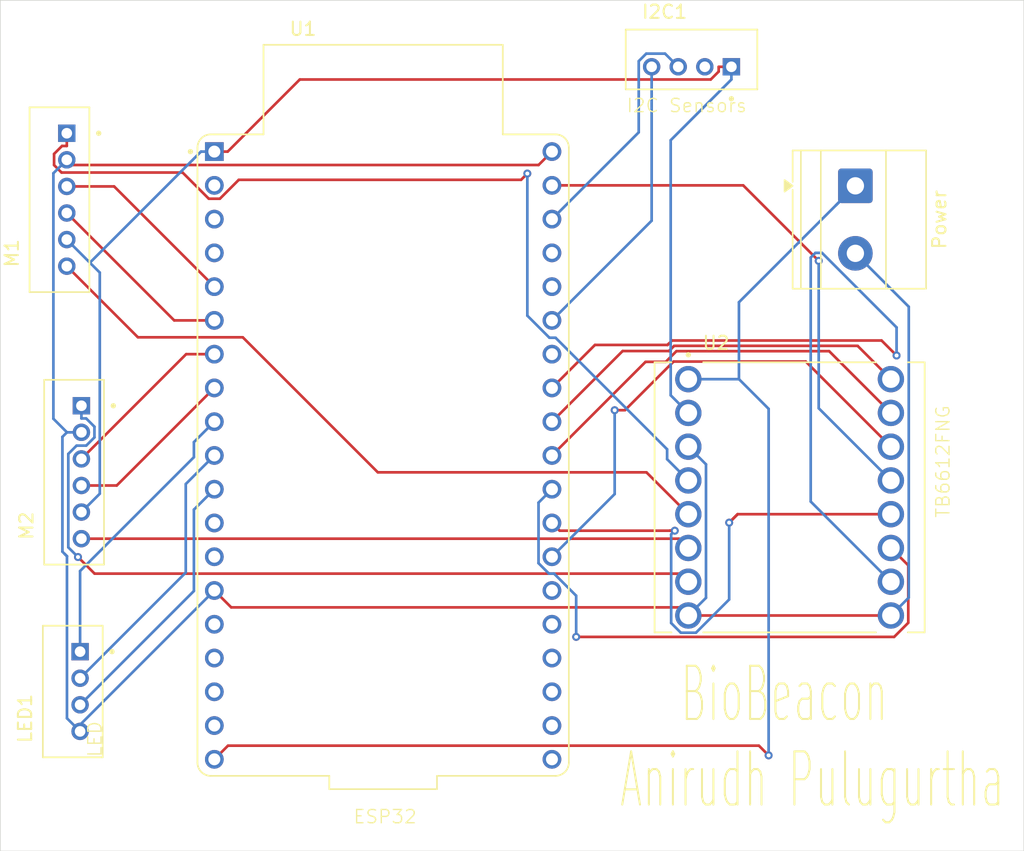
<source format=kicad_pcb>
(kicad_pcb (version 20241229) (generator "pcbnew") (generator_version "9.0")
  (layers (0 "F.Cu" signal) (2 "B.Cu" signal) (13 "F.Paste" user) (15 "B.Paste" user) (5 "F.SilkS" user "F.Silkscreen") (7 "B.SilkS" user "B.Silkscreen") (1 "F.Mask" user) (3 "B.Mask" user) (25 "Edge.Cuts" user))
  (net 0 "")
  (net 1 "GND")
  (net 2 "Net-(I2C1-Pin_3)")
  (net 3 "Net-(I2C1-Pin_1)")
  (net 4 "Net-(I2C1-Pin_4)")
  (net 5 "Net-(J1-Pin_1)")
  (net 6 "Net-(LED1-Pin_3)")
  (net 7 "Net-(LED1-Pin_2)")
  (net 8 "Net-(LED1-Pin_1)")
  (net 9 "Net-(M1-Pin_4)")
  (net 10 "Net-(M1-Pin_3)")
  (net 11 "Net-(M1-Pin_6)")
  (net 12 "Net-(M1-Pin_1)")
  (net 13 "Net-(M2-Pin_4)")
  (net 14 "Net-(M2-Pin_1)")
  (net 15 "Net-(M2-Pin_3)")
  (net 16 "Net-(M2-Pin_6)")
  (net 18 "Net-(U1-IO17)")
  (net 21 "Net-(U1-IO4)")
  (net 22 "Net-(U1-IO18)")
  (net 25 "Net-(U1-IO23)")
  (net 27 "Net-(U1-IO16)")
  (net 33 "Net-(U1-IO19)")
  (net 41 "Net-(U1-IO5)")
  (footprint "TerminalBlock_Phoenix:TerminalBlock_Phoenix_MKDS-1,5-2-5.08_1x02_P5.08mm_Horizontal" (layer "F.Cu") (at 151.3275 85.455 -90)
    (property "Reference" "Power" (at 2.54 -6.32 90) (layer "F.SilkS"))
    (property "Value" "Screw_Terminal_01x02")
    (fp_line (start -2.66 4.72) (end -2.66 -5.32) (stroke (width 0.12)) (layer "F.SilkS"))
    (fp_line (start -0.3 4.72) (end -2.66 4.72) (stroke (width 0.12)) (layer "F.SilkS"))
    (fp_line (start 7.74 4.72) (end 0.3 4.72) (stroke (width 0.12)) (layer "F.SilkS"))
    (fp_line (start -2.66 4.1) (end 7.74 4.1) (stroke (width 0.12)) (layer "F.SilkS"))
    (fp_line (start -2.66 2.6) (end 7.74 2.6) (stroke (width 0.12)) (layer "F.SilkS"))
    (fp_line (start -2.66 -2.3) (end 7.74 -2.3) (stroke (width 0.12)) (layer "F.SilkS"))
    (fp_line (start -2.66 -5.32) (end 7.74 -5.32) (stroke (width 0.12)) (layer "F.SilkS"))
    (fp_line (start 7.74 -5.32) (end 7.74 4.72) (stroke (width 0.12)) (layer "F.SilkS"))
    (fp_poly (pts (xy 0 4.72) (xy 0.44 5.33) (xy -0.44 5.33)) (stroke (width 0.12)) (fill yes) (layer "F.SilkS"))
    (pad "1" thru_hole roundrect (at 0 0 270) (size 2.6 2.6) (drill 1.3) (layers "*.Cu" "*.Mask") (roundrect_rratio 0.096154) (net 5 "Net-(J1-Pin_1)"))
    (pad "2" thru_hole circle (at 5.08 0 270) (size 2.6 2.6) (drill 1.3) (layers "*.Cu" "*.Mask") (net 1 "GND"))
  )
  (footprint "ESP32-DEVKITC-32E:MODULE_ESP32-DEVKITC-32E" (layer "F.Cu") (at 115.8 105.715)
    (property "Reference" "U1" (at -6.0325 -32.0675 0) (layer "F.SilkS"))
    (property "Value" "ESP32-DEVKITC-32E")
    (fp_line (start -13.97 23.13) (end -13.97 -23.13) (stroke (width 0.127)) (layer "F.SilkS"))
    (fp_line (start -12.97 -24.13) (end -9 -24.13) (stroke (width 0.127)) (layer "F.SilkS"))
    (fp_line (start -12.97 24.13) (end -4.05 24.13) (stroke (width 0.127)) (layer "F.SilkS"))
    (fp_line (start -9 -30.87) (end 9 -30.87) (stroke (width 0.127)) (layer "F.SilkS"))
    (fp_line (start -9 -24.13) (end -9 -30.87) (stroke (width 0.127)) (layer "F.SilkS"))
    (fp_line (start -4.05 24.13) (end -4.05 25.13) (stroke (width 0.127)) (layer "F.SilkS"))
    (fp_line (start -4.05 25.13) (end 4.05 25.13) (stroke (width 0.127)) (layer "F.SilkS"))
    (fp_line (start 4.05 24.13) (end 12.97 24.13) (stroke (width 0.127)) (layer "F.SilkS"))
    (fp_line (start 4.05 25.13) (end 4.05 24.13) (stroke (width 0.127)) (layer "F.SilkS"))
    (fp_line (start 9 -30.87) (end 9 -24.13) (stroke (width 0.127)) (layer "F.SilkS"))
    (fp_line (start 9 -24.13) (end 12.97 -24.13) (stroke (width 0.127)) (layer "F.SilkS"))
    (fp_line (start 13.97 23.13) (end 13.97 -23.13) (stroke (width 0.127)) (layer "F.SilkS"))
    (fp_arc (start -13.97 -23.13) (mid -13.677107 -23.837107) (end -12.97 -24.13) (stroke (width 0.127)) (layer "F.SilkS"))
    (fp_arc (start -12.97 24.13) (mid -13.677107 23.837107) (end -13.97 23.13) (stroke (width 0.127)) (layer "F.SilkS"))
    (fp_arc (start 12.97 -24.13) (mid 13.677107 -23.837107) (end 13.97 -23.13) (stroke (width 0.127)) (layer "F.SilkS"))
    (fp_arc (start 13.97 23.13) (mid 13.677107 23.837107) (end 12.97 24.13) (stroke (width 0.127)) (layer "F.SilkS"))
    (fp_circle (center -14.5 -22.835) (end -14.4 -22.835) (stroke (width 0.2)) (fill no) (layer "F.SilkS"))
    (pad "J2_1" thru_hole rect (at -12.7 -22.835) (size 1.408 1.408) (drill 0.9) (layers "*.Cu" "*.Mask") (net 3 "Net-(I2C1-Pin_1)"))
    (pad "J2_2" thru_hole circle (at -12.7 -20.295) (size 1.408 1.408) (drill 0.9) (layers "*.Cu" "*.Mask"))
    (pad "J2_3" thru_hole circle (at -12.7 -17.755) (size 1.408 1.408) (drill 0.9) (layers "*.Cu" "*.Mask"))
    (pad "J2_4" thru_hole circle (at -12.7 -15.215) (size 1.408 1.408) (drill 0.9) (layers "*.Cu" "*.Mask"))
    (pad "J2_5" thru_hole circle (at -12.7 -12.675) (size 1.408 1.408) (drill 0.9) (layers "*.Cu" "*.Mask") (net 10 "Net-(M1-Pin_3)"))
    (pad "J2_6" thru_hole circle (at -12.7 -10.135) (size 1.408 1.408) (drill 0.9) (layers "*.Cu" "*.Mask") (net 9 "Net-(M1-Pin_4)"))
    (pad "J2_7" thru_hole circle (at -12.7 -7.595) (size 1.408 1.408) (drill 0.9) (layers "*.Cu" "*.Mask") (net 15 "Net-(M2-Pin_3)"))
    (pad "J2_8" thru_hole circle (at -12.7 -5.055) (size 1.408 1.408) (drill 0.9) (layers "*.Cu" "*.Mask") (net 13 "Net-(M2-Pin_4)"))
    (pad "J2_9" thru_hole circle (at -12.7 -2.515) (size 1.408 1.408) (drill 0.9) (layers "*.Cu" "*.Mask") (net 8 "Net-(LED1-Pin_1)"))
    (pad "J2_10" thru_hole circle (at -12.7 0.025) (size 1.408 1.408) (drill 0.9) (layers "*.Cu" "*.Mask") (net 7 "Net-(LED1-Pin_2)"))
    (pad "J2_11" thru_hole circle (at -12.7 2.565) (size 1.408 1.408) (drill 0.9) (layers "*.Cu" "*.Mask") (net 6 "Net-(LED1-Pin_3)"))
    (pad "J2_12" thru_hole circle (at -12.7 5.105) (size 1.408 1.408) (drill 0.9) (layers "*.Cu" "*.Mask"))
    (pad "J2_13" thru_hole circle (at -12.7 7.645) (size 1.408 1.408) (drill 0.9) (layers "*.Cu" "*.Mask"))
    (pad "J2_14" thru_hole circle (at -12.7 10.185) (size 1.408 1.408) (drill 0.9) (layers "*.Cu" "*.Mask") (net 1 "GND"))
    (pad "J2_15" thru_hole circle (at -12.7 12.725) (size 1.408 1.408) (drill 0.9) (layers "*.Cu" "*.Mask"))
    (pad "J2_16" thru_hole circle (at -12.7 15.265) (size 1.408 1.408) (drill 0.9) (layers "*.Cu" "*.Mask"))
    (pad "J2_17" thru_hole circle (at -12.7 17.805) (size 1.408 1.408) (drill 0.9) (layers "*.Cu" "*.Mask"))
    (pad "J2_18" thru_hole circle (at -12.7 20.345) (size 1.408 1.408) (drill 0.9) (layers "*.Cu" "*.Mask"))
    (pad "J2_19" thru_hole circle (at -12.7 22.885) (size 1.408 1.408) (drill 0.9) (layers "*.Cu" "*.Mask") (net 5 "Net-(J1-Pin_1)"))
    (pad "J3_1" thru_hole circle (at 12.7 -22.835) (size 1.408 1.408) (drill 0.9) (layers "*.Cu" "*.Mask") (net 1 "GND"))
    (pad "J3_2" thru_hole circle (at 12.7 -20.295) (size 1.408 1.408) (drill 0.9) (layers "*.Cu" "*.Mask") (net 25 "Net-(U1-IO23)"))
    (pad "J3_3" thru_hole circle (at 12.7 -17.755) (size 1.408 1.408) (drill 0.9) (layers "*.Cu" "*.Mask") (net 2 "Net-(I2C1-Pin_3)"))
    (pad "J3_4" thru_hole circle (at 12.7 -15.215) (size 1.408 1.408) (drill 0.9) (layers "*.Cu" "*.Mask"))
    (pad "J3_5" thru_hole circle (at 12.7 -12.675) (size 1.408 1.408) (drill 0.9) (layers "*.Cu" "*.Mask"))
    (pad "J3_6" thru_hole circle (at 12.7 -10.135) (size 1.408 1.408) (drill 0.9) (layers "*.Cu" "*.Mask") (net 4 "Net-(I2C1-Pin_4)"))
    (pad "J3_7" thru_hole circle (at 12.7 -7.595) (size 1.408 1.408) (drill 0.9) (layers "*.Cu" "*.Mask"))
    (pad "J3_8" thru_hole circle (at 12.7 -5.055) (size 1.408 1.408) (drill 0.9) (layers "*.Cu" "*.Mask") (net 33 "Net-(U1-IO19)"))
    (pad "J3_9" thru_hole circle (at 12.7 -2.515) (size 1.408 1.408) (drill 0.9) (layers "*.Cu" "*.Mask") (net 22 "Net-(U1-IO18)"))
    (pad "J3_10" thru_hole circle (at 12.7 0.025) (size 1.408 1.408) (drill 0.9) (layers "*.Cu" "*.Mask") (net 41 "Net-(U1-IO5)"))
    (pad "J3_11" thru_hole circle (at 12.7 2.565) (size 1.408 1.408) (drill 0.9) (layers "*.Cu" "*.Mask") (net 18 "Net-(U1-IO17)"))
    (pad "J3_12" thru_hole circle (at 12.7 5.105) (size 1.408 1.408) (drill 0.9) (layers "*.Cu" "*.Mask") (net 27 "Net-(U1-IO16)"))
    (pad "J3_13" thru_hole circle (at 12.7 7.645) (size 1.408 1.408) (drill 0.9) (layers "*.Cu" "*.Mask") (net 21 "Net-(U1-IO4)"))
    (pad "J3_14" thru_hole circle (at 12.7 10.185) (size 1.408 1.408) (drill 0.9) (layers "*.Cu" "*.Mask"))
    (pad "J3_15" thru_hole circle (at 12.7 12.725) (size 1.408 1.408) (drill 0.9) (layers "*.Cu" "*.Mask"))
    (pad "J3_16" thru_hole circle (at 12.7 15.265) (size 1.408 1.408) (drill 0.9) (layers "*.Cu" "*.Mask"))
    (pad "J3_17" thru_hole circle (at 12.7 17.805) (size 1.408 1.408) (drill 0.9) (layers "*.Cu" "*.Mask"))
    (pad "J3_18" thru_hole circle (at 12.7 20.345) (size 1.408 1.408) (drill 0.9) (layers "*.Cu" "*.Mask"))
    (pad "J3_19" thru_hole circle (at 12.7 22.885) (size 1.408 1.408) (drill 0.9) (layers "*.Cu" "*.Mask"))
  )
  (footprint "ROB-14450:MODULE_ROB-14450" (layer "F.Cu") (at 146.38 108.89)
    (property "Reference" "U2" (at -5.5332 -11.6132 0) (layer "F.SilkS"))
    (property "Value" "ROB-14450")
    (fp_line (start -10.16 -10.16) (end -10.16 10.16) (stroke (width 0.127)) (layer "F.SilkS"))
    (fp_line (start -8.89 -10.16) (end -10.16 -10.16) (stroke (width 0.127)) (layer "F.SilkS"))
    (fp_line (start -8.89 10.16) (end -10.16 10.16) (stroke (width 0.127)) (layer "F.SilkS"))
    (fp_line (start -6.5 -10.16) (end 6.5 -10.16) (stroke (width 0.127)) (layer "F.SilkS"))
    (fp_line (start -6.5 10.16) (end 6.5 10.16) (stroke (width 0.127)) (layer "F.SilkS"))
    (fp_line (start 8.89 -10.16) (end 10.16 -10.16) (stroke (width 0.127)) (layer "F.SilkS"))
    (fp_line (start 8.89 10.16) (end 10.16 10.16) (stroke (width 0.127)) (layer "F.SilkS"))
    (fp_line (start 10.16 10.16) (end 10.16 -10.16) (stroke (width 0.127)) (layer "F.SilkS"))
    (fp_circle (center -7.62 -10.7282) (end -7.52 -10.7282) (stroke (width 0.2)) (fill no) (layer "F.SilkS"))
    (pad "1" thru_hole circle (at -7.62 -8.89) (size 1.98 1.98) (drill 1.32) (layers "*.Cu" "*.Mask") (net 5 "Net-(J1-Pin_1)"))
    (pad "2" thru_hole circle (at -7.62 -6.35) (size 1.98 1.98) (drill 1.32) (layers "*.Cu" "*.Mask") (net 3 "Net-(I2C1-Pin_1)"))
    (pad "3" thru_hole circle (at -7.62 -3.81) (size 1.98 1.98) (drill 1.32) (layers "*.Cu" "*.Mask") (net 1 "GND"))
    (pad "4" thru_hole circle (at -7.62 -1.27) (size 1.98 1.98) (drill 1.32) (layers "*.Cu" "*.Mask") (net 12 "Net-(M1-Pin_1)"))
    (pad "5" thru_hole circle (at -7.62 1.27) (size 1.98 1.98) (drill 1.32) (layers "*.Cu" "*.Mask") (net 11 "Net-(M1-Pin_6)"))
    (pad "6" thru_hole circle (at -7.62 3.81) (size 1.98 1.98) (drill 1.32) (layers "*.Cu" "*.Mask") (net 16 "Net-(M2-Pin_6)"))
    (pad "7" thru_hole circle (at -7.62 6.35) (size 1.98 1.98) (drill 1.32) (layers "*.Cu" "*.Mask") (net 14 "Net-(M2-Pin_1)"))
    (pad "8" thru_hole circle (at -7.62 8.89) (size 1.98 1.98) (drill 1.32) (layers "*.Cu" "*.Mask") (net 1 "GND"))
    (pad "9" thru_hole circle (at 7.62 8.89) (size 1.98 1.98) (drill 1.32) (layers "*.Cu" "*.Mask") (net 1 "GND"))
    (pad "10" thru_hole circle (at 7.62 6.35) (size 1.98 1.98) (drill 1.32) (layers "*.Cu" "*.Mask") (net 33 "Net-(U1-IO19)"))
    (pad "11" thru_hole circle (at 7.62 3.81) (size 1.98 1.98) (drill 1.32) (layers "*.Cu" "*.Mask") (net 18 "Net-(U1-IO17)"))
    (pad "12" thru_hole circle (at 7.62 1.27) (size 1.98 1.98) (drill 1.32) (layers "*.Cu" "*.Mask") (net 27 "Net-(U1-IO16)"))
    (pad "13" thru_hole circle (at 7.62 -1.27) (size 1.98 1.98) (drill 1.32) (layers "*.Cu" "*.Mask") (net 25 "Net-(U1-IO23)"))
    (pad "14" thru_hole circle (at 7.62 -3.81) (size 1.98 1.98) (drill 1.32) (layers "*.Cu" "*.Mask") (net 21 "Net-(U1-IO4)"))
    (pad "15" thru_hole circle (at 7.62 -6.35) (size 1.98 1.98) (drill 1.32) (layers "*.Cu" "*.Mask") (net 41 "Net-(U1-IO5)"))
    (pad "16" thru_hole circle (at 7.62 -8.89) (size 1.98 1.98) (drill 1.32) (layers "*.Cu" "*.Mask") (net 22 "Net-(U1-IO18)"))
  )
  (footprint "B4B-PH-K:JST_B4B-PH-K" (layer "F.Cu") (at 92.45 123.5 90)
    (property "Reference" "LED1" (at -2.025 -3.585 90) (layer "F.SilkS"))
    (property "Value" "Conn_01x04")
    (fp_line (start 4.95 -2.25) (end 4.95 2.25) (stroke (width 0.127)) (layer "F.SilkS"))
    (fp_line (start -4.95 -2.25) (end 4.95 -2.25) (stroke (width 0.127)) (layer "F.SilkS"))
    (fp_line (start 4.95 2.25) (end -4.95 2.25) (stroke (width 0.127)) (layer "F.SilkS"))
    (fp_line (start -4.95 2.25) (end -4.95 -2.25) (stroke (width 0.127)) (layer "F.SilkS"))
    (fp_circle (center 3 2.95) (end 3.1 2.95) (stroke (width 0.2)) (fill no) (layer "F.SilkS"))
    (pad "1" thru_hole rect (at 3 0.55 90) (size 1.308 1.308) (drill 0.8) (layers "*.Cu" "*.Mask") (net 8 "Net-(LED1-Pin_1)"))
    (pad "2" thru_hole circle (at 1 0.55 90) (size 1.308 1.308) (drill 0.8) (layers "*.Cu" "*.Mask") (net 7 "Net-(LED1-Pin_2)"))
    (pad "3" thru_hole circle (at -1 0.55 90) (size 1.308 1.308) (drill 0.8) (layers "*.Cu" "*.Mask") (net 6 "Net-(LED1-Pin_3)"))
    (pad "4" thru_hole circle (at -3 0.55 90) (size 1.308 1.308) (drill 0.8) (layers "*.Cu" "*.Mask") (net 1 "GND"))
  )
  (footprint "B4B-PH-K:JST_B4B-PH-K" (layer "F.Cu") (at 139 75.95)
    (property "Reference" "I2C1" (at -2.025 -3.585 0) (layer "F.SilkS"))
    (property "Value" "Conn_01x04")
    (fp_line (start -4.95 -2.25) (end 4.95 -2.25) (stroke (width 0.127)) (layer "F.SilkS"))
    (fp_line (start -4.95 2.25) (end -4.95 -2.25) (stroke (width 0.127)) (layer "F.SilkS"))
    (fp_line (start 4.95 -2.25) (end 4.95 2.25) (stroke (width 0.127)) (layer "F.SilkS"))
    (fp_line (start 4.95 2.25) (end -4.95 2.25) (stroke (width 0.127)) (layer "F.SilkS"))
    (fp_circle (center 3 2.95) (end 3.1 2.95) (stroke (width 0.2)) (fill no) (layer "F.SilkS"))
    (pad "1" thru_hole rect (at 3 0.55) (size 1.308 1.308) (drill 0.8) (layers "*.Cu" "*.Mask") (net 3 "Net-(I2C1-Pin_1)"))
    (pad "2" thru_hole circle (at 1 0.55) (size 1.308 1.308) (drill 0.8) (layers "*.Cu" "*.Mask"))
    (pad "3" thru_hole circle (at -1 0.55) (size 1.308 1.308) (drill 0.8) (layers "*.Cu" "*.Mask") (net 2 "Net-(I2C1-Pin_3)"))
    (pad "4" thru_hole circle (at -3 0.55) (size 1.308 1.308) (drill 0.8) (layers "*.Cu" "*.Mask") (net 4 "Net-(I2C1-Pin_4)"))
  )
  (footprint "B6B-PH-K:JST_B6B-PH-K" (layer "F.Cu") (at 91.45 86.5 90)
    (property "Reference" "M1" (at -4.025 -3.585 90) (layer "F.SilkS"))
    (property "Value" "Conn_01x06")
    (fp_line (start 6.95 -2.25) (end 6.95 2.25) (stroke (width 0.127)) (layer "F.SilkS"))
    (fp_line (start -6.95 -2.25) (end 6.95 -2.25) (stroke (width 0.127)) (layer "F.SilkS"))
    (fp_line (start 6.95 2.25) (end -6.95 2.25) (stroke (width 0.127)) (layer "F.SilkS"))
    (fp_line (start -6.95 2.25) (end -6.95 -2.25) (stroke (width 0.127)) (layer "F.SilkS"))
    (fp_circle (center 5 2.95) (end 5.1 2.95) (stroke (width 0.2)) (fill no) (layer "F.SilkS"))
    (pad "1" thru_hole rect (at 5 0.55 90) (size 1.308 1.308) (drill 0.8) (layers "*.Cu" "*.Mask") (net 12 "Net-(M1-Pin_1)"))
    (pad "2" thru_hole circle (at 3 0.55 90) (size 1.308 1.308) (drill 0.8) (layers "*.Cu" "*.Mask") (net 1 "GND"))
    (pad "3" thru_hole circle (at 1 0.55 90) (size 1.308 1.308) (drill 0.8) (layers "*.Cu" "*.Mask") (net 10 "Net-(M1-Pin_3)"))
    (pad "4" thru_hole circle (at -1 0.55 90) (size 1.308 1.308) (drill 0.8) (layers "*.Cu" "*.Mask") (net 9 "Net-(M1-Pin_4)"))
    (pad "5" thru_hole circle (at -3 0.55 90) (size 1.308 1.308) (drill 0.8) (layers "*.Cu" "*.Mask") (net 3 "Net-(I2C1-Pin_1)"))
    (pad "6" thru_hole circle (at -5 0.55 90) (size 1.308 1.308) (drill 0.8) (layers "*.Cu" "*.Mask") (net 11 "Net-(M1-Pin_6)"))
  )
  (footprint "B6B-PH-K:JST_B6B-PH-K" (layer "F.Cu") (at 92.55 107 90)
    (property "Reference" "M2" (at -4.025 -3.585 90) (layer "F.SilkS"))
    (property "Value" "Conn_01x06")
    (fp_line (start 6.95 -2.25) (end 6.95 2.25) (stroke (width 0.127)) (layer "F.SilkS"))
    (fp_line (start -6.95 -2.25) (end 6.95 -2.25) (stroke (width 0.127)) (layer "F.SilkS"))
    (fp_line (start 6.95 2.25) (end -6.95 2.25) (stroke (width 0.127)) (layer "F.SilkS"))
    (fp_line (start -6.95 2.25) (end -6.95 -2.25) (stroke (width 0.127)) (layer "F.SilkS"))
    (fp_circle (center 5 2.95) (end 5.1 2.95) (stroke (width 0.2)) (fill no) (layer "F.SilkS"))
    (pad "1" thru_hole rect (at 5 0.55 90) (size 1.308 1.308) (drill 0.8) (layers "*.Cu" "*.Mask") (net 14 "Net-(M2-Pin_1)"))
    (pad "2" thru_hole circle (at 3 0.55 90) (size 1.308 1.308) (drill 0.8) (layers "*.Cu" "*.Mask") (net 1 "GND"))
    (pad "3" thru_hole circle (at 1 0.55 90) (size 1.308 1.308) (drill 0.8) (layers "*.Cu" "*.Mask") (net 15 "Net-(M2-Pin_3)"))
    (pad "4" thru_hole circle (at -1 0.55 90) (size 1.308 1.308) (drill 0.8) (layers "*.Cu" "*.Mask") (net 13 "Net-(M2-Pin_4)"))
    (pad "5" thru_hole circle (at -3 0.55 90) (size 1.308 1.308) (drill 0.8) (layers "*.Cu" "*.Mask") (net 3 "Net-(I2C1-Pin_1)"))
    (pad "6" thru_hole circle (at -5 0.55 90) (size 1.308 1.308) (drill 0.8) (layers "*.Cu" "*.Mask") (net 16 "Net-(M2-Pin_6)"))
  )
  (gr_rect (start 87 71.5) (end 164 135.5) (stroke (width 0.05)) (fill no) (layer "Edge.Cuts"))
  (gr_text "   BioBeacon\nAnirudh Pulugurtha" (at 133.5 132.5 0) (layer "F.SilkS") (effects (font (size 4 2)) (justify left bottom)))
  (gr_text "ESP32" (at 113.5 133.5 0) (layer "F.SilkS") (effects (font (size 1 1) (thickness 0.1)) (justify left bottom)))
  (gr_text "I2C Sensors" (at 134.05 80 0) (layer "F.SilkS") (effects (font (size 1 1) (thickness 0.1)) (justify left bottom)))
  (gr_text "TB6612FNG\n" (at 158.5 110.5 90) (layer "F.SilkS") (effects (font (size 1 1) (thickness 0.1)) (justify left bottom)))
  (gr_text "LED" (at 94.7 128.5 90) (layer "F.SilkS") (effects (font (size 1 1) (thickness 0.1)) (justify left bottom)))
  (segment (start 92.3893 83.8893) (end 92 83.5) (width 0.2) (layer "F.Cu") (net 1))
  (segment (start 138.15 117.17) (end 138.76 117.78) (width 0.2) (layer "F.Cu") (net 1))
  (segment (start 128.5 82.88) (end 127.491 83.8893) (width 0.2) (layer "F.Cu") (net 1))
  (segment (start 127.491 83.8893) (end 92.3893 83.8893) (width 0.2) (layer "F.Cu") (net 1))
  (segment (start 104.37 117.17) (end 138.15 117.17) (width 0.2) (layer "F.Cu") (net 1))
  (segment (start 103.1 115.9) (end 104.37 117.17) (width 0.2) (layer "F.Cu") (net 1))
  (segment (start 138.76 117.78) (end 154 117.78) (width 0.2) (layer "F.Cu") (net 1))
  (segment (start 140.089 106.409) (end 140.089 116.451) (width 0.2) (layer "B.Cu") (net 1))
  (segment (start 92 83.5) (end 90.9921 84.5079) (width 0.2) (layer "B.Cu") (net 1))
  (segment (start 92.0134 125.513) (end 93 126.5) (width 0.2) (layer "B.Cu") (net 1))
  (segment (start 91.6705 104.343) (end 91.6705 112.979) (width 0.2) (layer "B.Cu") (net 1))
  (segment (start 140.089 116.451) (end 138.76 117.78) (width 0.2) (layer "B.Cu") (net 1))
  (segment (start 155.344 116.436) (end 154 117.78) (width 0.2) (layer "B.Cu") (net 1))
  (segment (start 151.328 90.535) (end 155.344 94.5514) (width 0.2) (layer "B.Cu") (net 1))
  (segment (start 103.1 115.9) (end 93.0001 126) (width 0.2) (layer "B.Cu") (net 1))
  (segment (start 155.344 94.5514) (end 155.344 116.436) (width 0.2) (layer "B.Cu") (net 1))
  (segment (start 92.0134 113.322) (end 92.0134 125.513) (width 0.2) (layer "B.Cu") (net 1))
  (segment (start 151.3275 90.535) (end 151.328 90.535) (width 0.2) (layer "B.Cu") (net 1))
  (segment (start 93.0001 126) (end 93.0001 126.5) (width 0.2) (layer "B.Cu") (net 1))
  (segment (start 92.0134 104) (end 91.6705 104.343) (width 0.2) (layer "B.Cu") (net 1))
  (segment (start 90.9921 102.979) (end 92.0134 104) (width 0.2) (layer "B.Cu") (net 1))
  (segment (start 91.8471 113.156) (end 92.0134 113.322) (width 0.2) (layer "B.Cu") (net 1))
  (segment (start 93.0001 126.5) (end 93 126.5) (width 0.2) (layer "B.Cu") (net 1))
  (segment (start 138.76 105.08) (end 140.089 106.409) (width 0.2) (layer "B.Cu") (net 1))
  (segment (start 92.0134 104) (end 93.1 104) (width 0.2) (layer "B.Cu") (net 1))
  (segment (start 90.9921 84.5079) (end 90.9921 102.979) (width 0.2) (layer "B.Cu") (net 1))
  (segment (start 91.8471 113.156) (end 92.0134 113.322) (width 0.2) (layer "B.Cu") (net 1))
  (segment (start 91.6705 112.979) (end 91.8471 113.156) (width 0.2) (layer "B.Cu") (net 1))
  (segment (start 135.028 76.0756) (end 135.593 75.5102) (width 0.2) (layer "B.Cu") (net 2))
  (segment (start 135.593 75.5102) (end 137.01 75.5102) (width 0.2) (layer "B.Cu") (net 2))
  (segment (start 135.028 81.432) (end 135.028 76.0756) (width 0.2) (layer "B.Cu") (net 2))
  (segment (start 137.01 75.5102) (end 138 76.5) (width 0.2) (layer "B.Cu") (net 2))
  (segment (start 128.5 87.96) (end 135.028 81.432) (width 0.2) (layer "B.Cu") (net 2))
  (segment (start 109.53 77.4557) (end 104.106 82.88) (width 0.2) (layer "F.Cu") (net 3))
  (segment (start 141.044 76.8585) (end 140.447 77.4557) (width 0.2) (layer "F.Cu") (net 3))
  (segment (start 142 76.5) (end 141.044 76.5) (width 0.2) (layer "F.Cu") (net 3))
  (segment (start 140.447 77.4557) (end 109.53 77.4557) (width 0.2) (layer "F.Cu") (net 3))
  (segment (start 141.044 76.5) (end 141.044 76.8585) (width 0.2) (layer "F.Cu") (net 3))
  (segment (start 104.106 82.88) (end 103.1 82.88) (width 0.2) (layer "F.Cu") (net 3))
  (segment (start 94.4821 108.618) (end 94.4821 91.9821) (width 0.2) (layer "B.Cu") (net 3))
  (segment (start 94.4821 91.9821) (end 93.7372 91.2371) (width 0.2) (layer "B.Cu") (net 3))
  (segment (start 93.7372 91.2371) (end 102.094 82.88) (width 0.2) (layer "B.Cu") (net 3))
  (segment (start 92 89.5) (end 93.7372 91.2371) (width 0.2) (layer "B.Cu") (net 3))
  (segment (start 93.1 110) (end 94.4821 108.618) (width 0.2) (layer "B.Cu") (net 3))
  (segment (start 142 77.4557) (end 137.433 82.0231) (width 0.2) (layer "B.Cu") (net 3))
  (segment (start 137.433 101.213) (end 138.76 102.54) (width 0.2) (layer "B.Cu") (net 3))
  (segment (start 102.094 82.88) (end 103.1 82.88) (width 0.2) (layer "B.Cu") (net 3))
  (segment (start 137.433 82.0231) (end 137.433 101.213) (width 0.2) (layer "B.Cu") (net 3))
  (segment (start 142 76.5) (end 142 77.4557) (width 0.2) (layer "B.Cu") (net 3))
  (segment (start 136 88.08) (end 136 76.5) (width 0.2) (layer "B.Cu") (net 4))
  (segment (start 128.5 95.58) (end 136 88.08) (width 0.2) (layer "B.Cu") (net 4))
  (segment (start 144.07 127.574) (end 144.801 128.304) (width 0.2) (layer "F.Cu") (net 5))
  (segment (start 104.126 127.574) (end 144.07 127.574) (width 0.2) (layer "F.Cu") (net 5))
  (segment (start 103.1 128.6) (end 104.126 127.574) (width 0.2) (layer "F.Cu") (net 5))
  (via (at 144.801 128.304) (size 0.6) (drill 0.3) (layers "F.Cu" "B.Cu") (net 5))
  (segment (start 149.868 86.9149) (end 142.568 94.2144) (width 0.2) (layer "B.Cu") (net 5))
  (segment (start 144.801 128.304) (end 144.801 102.233) (width 0.2) (layer "B.Cu") (net 5))
  (segment (start 144.801 102.233) (end 142.568 100) (width 0.2) (layer "B.Cu") (net 5))
  (segment (start 142.568 100) (end 138.76 100) (width 0.2) (layer "B.Cu") (net 5))
  (segment (start 151.3275 85.4554) (end 151.3275 85.455) (width 0.2) (layer "B.Cu") (net 5))
  (segment (start 142.568 94.2144) (end 142.568 100) (width 0.2) (layer "B.Cu") (net 5))
  (segment (start 151.328 85.455) (end 149.868 86.9149) (width 0.2) (layer "B.Cu") (net 5))
  (segment (start 149.868 86.9149) (end 151.3275 85.4554) (width 0.2) (layer "B.Cu") (net 5))
  (segment (start 101.564 109.816) (end 103.1 108.28) (width 0.2) (layer "B.Cu") (net 6))
  (segment (start 93 124.5) (end 101.564 115.936) (width 0.2) (layer "B.Cu") (net 6))
  (segment (start 101.564 115.936) (end 101.564 109.816) (width 0.2) (layer "B.Cu") (net 6))
  (segment (start 100.95 107.89) (end 103.1 105.74) (width 0.2) (layer "B.Cu") (net 7))
  (segment (start 100.95 114.55) (end 100.95 107.89) (width 0.2) (layer "B.Cu") (net 7))
  (segment (start 93 122.5) (end 100.95 114.55) (width 0.2) (layer "B.Cu") (net 7))
  (segment (start 93 114.435) (end 101.564 105.871) (width 0.2) (layer "B.Cu") (net 8))
  (segment (start 101.564 104.736) (end 103.1 103.2) (width 0.2) (layer "B.Cu") (net 8))
  (segment (start 93 120.5) (end 93 114.435) (width 0.2) (layer "B.Cu") (net 8))
  (segment (start 101.564 105.871) (end 101.564 104.736) (width 0.2) (layer "B.Cu") (net 8))
  (segment (start 100.08 95.58) (end 92 87.5) (width 0.2) (layer "F.Cu") (net 9))
  (segment (start 103.1 95.58) (end 100.08 95.58) (width 0.2) (layer "F.Cu") (net 9))
  (segment (start 92 85.5) (end 95.56 85.5) (width 0.2) (layer "F.Cu") (net 10))
  (segment (start 95.56 85.5) (end 103.1 93.04) (width 0.2) (layer "F.Cu") (net 10))
  (segment (start 105.239 96.85) (end 97.35 96.85) (width 0.2) (layer "F.Cu") (net 11))
  (segment (start 115.399 107.01) (end 105.239 96.85) (width 0.2) (layer "F.Cu") (net 11))
  (segment (start 138.76 110.16) (end 135.61 107.01) (width 0.2) (layer "F.Cu") (net 11))
  (segment (start 97.35 96.85) (end 92 91.5) (width 0.2) (layer "F.Cu") (net 11))
  (segment (start 135.61 107.01) (end 115.399 107.01) (width 0.2) (layer "F.Cu") (net 11))
  (segment (start 92 82.4557) (end 91.6415 82.4557) (width 0.2) (layer "F.Cu") (net 12))
  (segment (start 102.683 86.4257) (end 103.517 86.4257) (width 0.2) (layer "F.Cu") (net 12))
  (segment (start 126.177 85.0031) (end 126.648 84.5315) (width 0.2) (layer "F.Cu") (net 12))
  (segment (start 104.939 85.0031) (end 126.177 85.0031) (width 0.2) (layer "F.Cu") (net 12))
  (segment (start 92 81.5) (end 92 82.4557) (width 0.2) (layer "F.Cu") (net 12))
  (segment (start 91.0443 83.8958) (end 91.6042 84.4557) (width 0.2) (layer "F.Cu") (net 12))
  (segment (start 103.517 86.4257) (end 104.939 85.0032) (width 0.2) (layer "F.Cu") (net 12))
  (segment (start 91.6415 82.4557) (end 91.0443 83.0529) (width 0.2) (layer "F.Cu") (net 12))
  (segment (start 91.0443 83.0529) (end 91.0443 83.8958) (width 0.2) (layer "F.Cu") (net 12))
  (segment (start 104.939 85.0032) (end 104.939 85.0031) (width 0.2) (layer "F.Cu") (net 12))
  (segment (start 91.6042 84.4557) (end 100.713 84.4557) (width 0.2) (layer "F.Cu") (net 12))
  (segment (start 100.713 84.4557) (end 102.683 86.4257) (width 0.2) (layer "F.Cu") (net 12))
  (via (at 126.648 84.5315) (size 0.6) (drill 0.3) (layers "F.Cu" "B.Cu") (net 12))
  (segment (start 126.648 84.5315) (end 126.648 95.2237) (width 0.2) (layer "B.Cu") (net 12))
  (segment (start 137.164 105.277) (end 137.164 106.024) (width 0.2) (layer "B.Cu") (net 12))
  (segment (start 126.648 95.2237) (end 128.309 96.8839) (width 0.2) (layer "B.Cu") (net 12))
  (segment (start 128.77 96.8839) (end 137.164 105.277) (width 0.2) (layer "B.Cu") (net 12))
  (segment (start 137.164 106.024) (end 138.76 107.62) (width 0.2) (layer "B.Cu") (net 12))
  (segment (start 128.309 96.8839) (end 128.77 96.8839) (width 0.2) (layer "B.Cu") (net 12))
  (segment (start 103.1 100.66) (end 95.76 108) (width 0.2) (layer "F.Cu") (net 13))
  (segment (start 95.76 108) (end 93.1 108) (width 0.2) (layer "F.Cu") (net 13))
  (segment (start 138.76 115.24) (end 138.15 114.63) (width 0.2) (layer "F.Cu") (net 14))
  (segment (start 138.15 114.63) (end 94.0894 114.63) (width 0.2) (layer "F.Cu") (net 14))
  (segment (start 94.0894 114.63) (end 92.8418 113.382) (width 0.2) (layer "F.Cu") (net 14))
  (via (at 92.8418 113.382) (size 0.6) (drill 0.3) (layers "F.Cu" "B.Cu") (net 14))
  (segment (start 93.4584 102.956) (end 94.0804 103.578) (width 0.2) (layer "B.Cu") (net 14))
  (segment (start 93.1 102) (end 93.1 102.956) (width 0.2) (layer "B.Cu") (net 14))
  (segment (start 93.4619 105) (end 92.7376 105) (width 0.2) (layer "B.Cu") (net 14))
  (segment (start 94.0804 103.578) (end 94.0804 104.382) (width 0.2) (layer "B.Cu") (net 14))
  (segment (start 92.1134 112.654) (end 92.8418 113.382) (width 0.2) (layer "B.Cu") (net 14))
  (segment (start 94.0804 104.382) (end 93.4619 105) (width 0.2) (layer "B.Cu") (net 14))
  (segment (start 93.1 102.956) (end 93.4584 102.956) (width 0.2) (layer "B.Cu") (net 14))
  (segment (start 92.7376 105) (end 92.1134 105.624) (width 0.2) (layer "B.Cu") (net 14))
  (segment (start 92.1134 105.624) (end 92.1134 112.654) (width 0.2) (layer "B.Cu") (net 14))
  (segment (start 100.98 98.12) (end 103.1 98.12) (width 0.2) (layer "F.Cu") (net 15))
  (segment (start 93.1 106) (end 100.98 98.12) (width 0.2) (layer "F.Cu") (net 15))
  (segment (start 138.062 112.002) (end 138.76 112.7) (width 0.2) (layer "F.Cu") (net 16))
  (segment (start 93.1024 112.002) (end 138.062 112.002) (width 0.2) (layer "F.Cu") (net 16))
  (segment (start 93.1 112) (end 93.1024 112.002) (width 0.2) (layer "F.Cu") (net 16))
  (segment (start 155.307 114.007) (end 155.307 118.328) (width 0.2) (layer "F.Cu") (net 18))
  (segment (start 154 112.7) (end 155.307 114.007) (width 0.2) (layer "F.Cu") (net 18))
  (segment (start 154.246 119.39) (end 130.322 119.39) (width 0.2) (layer "F.Cu") (net 18))
  (segment (start 155.307 118.328) (end 154.246 119.39) (width 0.2) (layer "F.Cu") (net 18))
  (via (at 130.322 119.39) (size 0.6) (drill 0.3) (layers "F.Cu" "B.Cu") (net 18))
  (segment (start 127.49 109.29) (end 127.49 113.845) (width 0.2) (layer "B.Cu") (net 18))
  (segment (start 130.322 116.293) (end 130.322 119.39) (width 0.2) (layer "B.Cu") (net 18))
  (segment (start 128.5 108.28) (end 127.49 109.29) (width 0.2) (layer "B.Cu") (net 18))
  (segment (start 128.275 114.63) (end 128.659 114.63) (width 0.2) (layer "B.Cu") (net 18))
  (segment (start 127.49 113.845) (end 128.275 114.63) (width 0.2) (layer "B.Cu") (net 18))
  (segment (start 128.659 114.63) (end 130.322 116.293) (width 0.2) (layer "B.Cu") (net 18))
  (segment (start 147.595 98.6752) (end 137.65 98.6752) (width 0.2) (layer "F.Cu") (net 21))
  (segment (start 137.65 98.6752) (end 133.99 102.336) (width 0.2) (layer "F.Cu") (net 21))
  (segment (start 154 105.08) (end 147.595 98.6752) (width 0.2) (layer "F.Cu") (net 21))
  (segment (start 133.99 102.336) (end 133.219 102.336) (width 0.2) (layer "F.Cu") (net 21))
  (via (at 133.219 102.336) (size 0.6) (drill 0.3) (layers "F.Cu" "B.Cu") (net 21))
  (segment (start 133.219 108.641) (end 128.5 113.36) (width 0.2) (layer "B.Cu") (net 21))
  (segment (start 133.219 102.336) (end 133.219 108.641) (width 0.2) (layer "B.Cu") (net 21))
  (segment (start 137.306 97.8839) (end 133.816 97.8839) (width 0.2) (layer "F.Cu") (net 22))
  (segment (start 137.461 97.7285) (end 137.306 97.8839) (width 0.2) (layer "F.Cu") (net 22))
  (segment (start 133.816 97.8839) (end 128.5 103.2) (width 0.2) (layer "F.Cu") (net 22))
  (segment (start 151.493 97.4931) (end 137.696 97.4931) (width 0.2) (layer "F.Cu") (net 22))
  (segment (start 137.696 97.4931) (end 137.461 97.7285) (width 0.2) (layer "F.Cu") (net 22))
  (segment (start 137.461 97.7285) (end 137.306 97.8839) (width 0.2) (layer "F.Cu") (net 22))
  (segment (start 154 100) (end 151.493 97.4931) (width 0.2) (layer "F.Cu") (net 22))
  (segment (start 142.888 85.42) (end 148.569 91.1012) (width 0.2) (layer "F.Cu") (net 25))
  (segment (start 128.5 85.42) (end 142.888 85.42) (width 0.2) (layer "F.Cu") (net 25))
  (via (at 148.569 91.1012) (size 0.6) (drill 0.3) (layers "F.Cu" "B.Cu") (net 25))
  (segment (start 148.569 102.189) (end 154 107.62) (width 0.2) (layer "B.Cu") (net 25))
  (segment (start 148.569 91.1012) (end 148.569 102.189) (width 0.2) (layer "B.Cu") (net 25))
  (segment (start 154 110.16) (end 142.467 110.16) (width 0.2) (layer "F.Cu") (net 27))
  (segment (start 141.832 110.795) (end 142.467 110.16) (width 0.2) (layer "F.Cu") (net 27))
  (segment (start 129.081 111.401) (end 128.5 110.82) (width 0.2) (layer "F.Cu") (net 27))
  (segment (start 137.356 111.401) (end 129.081 111.401) (width 0.2) (layer "F.Cu") (net 27))
  (segment (start 137.74 111.401) (end 137.356 111.401) (width 0.2) (layer "F.Cu") (net 27))
  (segment (start 142.467 110.16) (end 141.832 110.795) (width 0.2) (layer "F.Cu") (net 27))
  (segment (start 137.356 111.401) (end 137.74 111.401) (width 0.2) (layer "F.Cu") (net 27))
  (segment (start 137.74 111.401) (end 137.356 111.401) (width 0.2) (layer "F.Cu") (net 27))
  (segment (start 142.467 110.16) (end 141.832 110.795) (width 0.2) (layer "F.Cu") (net 27))
  (via (at 141.832 110.795) (size 0.6) (drill 0.3) (layers "F.Cu" "B.Cu") (net 27))
  (via (at 137.74 111.401) (size 0.6) (drill 0.3) (layers "F.Cu" "B.Cu") (net 27))
  (segment (start 137.468 111.672) (end 137.74 111.401) (width 0.2) (layer "B.Cu") (net 27))
  (segment (start 138.197 119.077) (end 137.468 118.348) (width 0.2) (layer "B.Cu") (net 27))
  (segment (start 141.832 110.795) (end 141.832 116.576) (width 0.2) (layer "B.Cu") (net 27))
  (segment (start 139.331 119.077) (end 138.197 119.077) (width 0.2) (layer "B.Cu") (net 27))
  (segment (start 137.468 118.348) (end 137.468 111.672) (width 0.2) (layer "B.Cu") (net 27))
  (segment (start 141.832 116.576) (end 139.331 119.077) (width 0.2) (layer "B.Cu") (net 27))
  (segment (start 137.53 97.0914) (end 153.298 97.0914) (width 0.2) (layer "F.Cu") (net 33))
  (segment (start 137.295 97.3268) (end 137.53 97.0914) (width 0.2) (layer "F.Cu") (net 33))
  (segment (start 131.735 97.4248) (end 128.5 100.66) (width 0.2) (layer "F.Cu") (net 33))
  (segment (start 137.295 97.3268) (end 137.197 97.4248) (width 0.2) (layer "F.Cu") (net 33))
  (segment (start 153.298 97.0914) (end 154.427 98.2208) (width 0.2) (layer "F.Cu") (net 33))
  (segment (start 137.197 97.4248) (end 131.735 97.4248) (width 0.2) (layer "F.Cu") (net 33))
  (segment (start 137.295 97.3268) (end 137.197 97.4248) (width 0.2) (layer "F.Cu") (net 33))
  (via (at 154.427 98.2208) (size 0.6) (drill 0.3) (layers "F.Cu" "B.Cu") (net 33))
  (segment (start 154.427 96.1081) (end 148.818 90.4995) (width 0.2) (layer "B.Cu") (net 33))
  (segment (start 148.818 90.4995) (end 148.32 90.4995) (width 0.2) (layer "B.Cu") (net 33))
  (segment (start 148.32 90.4995) (end 147.967 90.8521) (width 0.2) (layer "B.Cu") (net 33))
  (segment (start 154.427 98.2208) (end 154.427 96.1081) (width 0.2) (layer "B.Cu") (net 33))
  (segment (start 147.967 109.207) (end 154 115.24) (width 0.2) (layer "B.Cu") (net 33))
  (segment (start 147.967 90.8521) (end 147.967 109.207) (width 0.2) (layer "B.Cu") (net 33))
  (segment (start 137.863 97.8948) (end 137.061 98.6967) (width 0.2) (layer "F.Cu") (net 41))
  (segment (start 137.061 98.6967) (end 135.543 98.6967) (width 0.2) (layer "F.Cu") (net 41))
  (segment (start 149.355 97.8948) (end 137.863 97.8948) (width 0.2) (layer "F.Cu") (net 41))
  (segment (start 154 102.54) (end 149.355 97.8948) (width 0.2) (layer "F.Cu") (net 41))
  (segment (start 135.543 98.6967) (end 128.5 105.74) (width 0.2) (layer "F.Cu") (net 41))
)
</source>
